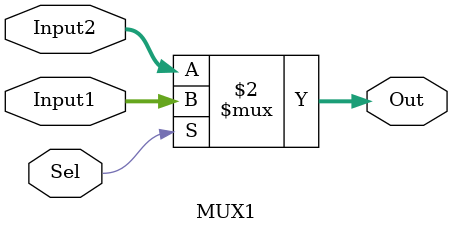
<source format=v>
/*****************************************************************************
 *
 *Multiplexer 1 for 12 bit Microcontoller
 *Inputs : Input1 (8 bits), Input2(8 bits), Select 
 *
 *Outputs: Out (8bits)  
 *
 *Reference:
 *http://www.fpga4student.com/2016/11/verilog-hdl-implementation-of-micro.html
 *****************************************************************************/

 module MUX1(
 	input [7:0] Input1, Input2,
 	input Sel,
 	output [7:0] Out
 );

 assign Out = (Sel == 1)? Input1: Input2;
 endmodule
</source>
